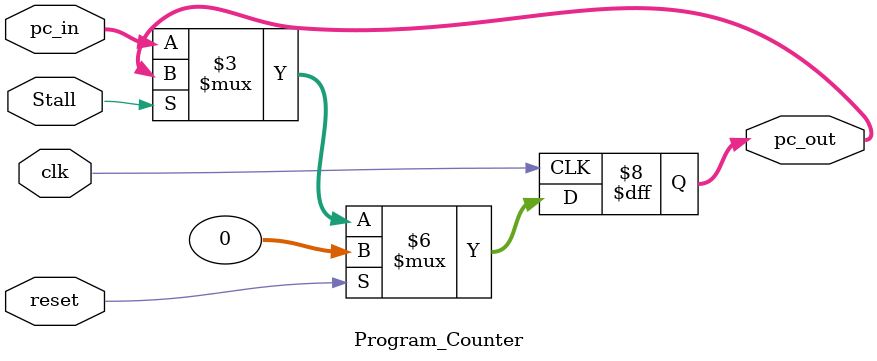
<source format=v>
module Program_Counter(
input  clk,
input  reset,               
input  Stall,                //To Avoid Hazard By Holding Previous Instruction Address 
input  [31:0] pc_in,         //Program Counter Input
output reg [31:0] pc_out     //Program Counter Output
);                             
  always@(posedge clk)                
  if(reset)                       
    pc_out<=32'b0;           //Reset PC to 0 on reset
  else if(Stall)
    pc_out<=pc_out;         //To Avoid Hazard By Holding Previous Instruction Address
  else                       
    pc_out<=pc_in;           // Otherwise, update PC
endmodule
</source>
